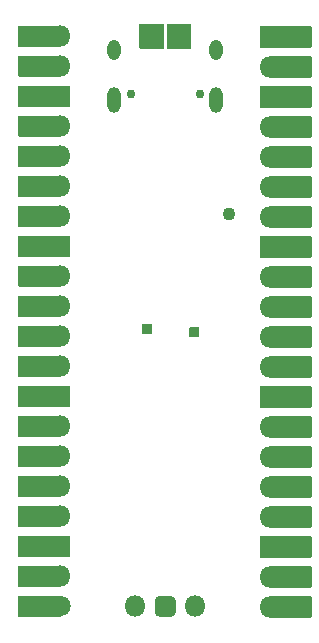
<source format=gbs>
G04 #@! TF.GenerationSoftware,KiCad,Pcbnew,(5.1.10)-1*
G04 #@! TF.CreationDate,2021-11-01T09:15:16+00:00*
G04 #@! TF.ProjectId,EnvOpenPico,456e764f-7065-46e5-9069-636f2e6b6963,REV1*
G04 #@! TF.SameCoordinates,Original*
G04 #@! TF.FileFunction,Soldermask,Bot*
G04 #@! TF.FilePolarity,Negative*
%FSLAX46Y46*%
G04 Gerber Fmt 4.6, Leading zero omitted, Abs format (unit mm)*
G04 Created by KiCad (PCBNEW (5.1.10)-1) date 2021-11-01 09:15:16*
%MOMM*%
%LPD*%
G01*
G04 APERTURE LIST*
%ADD10O,1.802000X1.802000*%
%ADD11C,1.802000*%
%ADD12C,1.102000*%
%ADD13C,0.752000*%
%ADD14O,1.102000X2.202000*%
%ADD15O,1.102000X1.702000*%
G04 APERTURE END LIST*
G36*
G01*
X103749000Y-59625000D02*
X103749000Y-57625000D01*
G75*
G02*
X103800000Y-57574000I51000J0D01*
G01*
X105800000Y-57574000D01*
G75*
G02*
X105851000Y-57625000I0J-51000D01*
G01*
X105851000Y-59625000D01*
G75*
G02*
X105800000Y-59676000I-51000J0D01*
G01*
X103800000Y-59676000D01*
G75*
G02*
X103749000Y-59625000I0J51000D01*
G01*
G37*
G36*
G01*
X101449000Y-59625000D02*
X101449000Y-57625000D01*
G75*
G02*
X101500000Y-57574000I51000J0D01*
G01*
X103500000Y-57574000D01*
G75*
G02*
X103551000Y-57625000I0J-51000D01*
G01*
X103551000Y-59625000D01*
G75*
G02*
X103500000Y-59676000I-51000J0D01*
G01*
X101500000Y-59676000D01*
G75*
G02*
X101449000Y-59625000I0J51000D01*
G01*
G37*
G36*
G01*
X116021000Y-80710000D02*
X116021000Y-82410000D01*
G75*
G02*
X115970000Y-82461000I-51000J0D01*
G01*
X112470000Y-82461000D01*
G75*
G02*
X112419000Y-82410000I0J51000D01*
G01*
X112419000Y-80710000D01*
G75*
G02*
X112470000Y-80659000I51000J0D01*
G01*
X115970000Y-80659000D01*
G75*
G02*
X116021000Y-80710000I0J-51000D01*
G01*
G37*
G36*
G01*
X116021000Y-65470000D02*
X116021000Y-67170000D01*
G75*
G02*
X115970000Y-67221000I-51000J0D01*
G01*
X112470000Y-67221000D01*
G75*
G02*
X112419000Y-67170000I0J51000D01*
G01*
X112419000Y-65470000D01*
G75*
G02*
X112470000Y-65419000I51000J0D01*
G01*
X115970000Y-65419000D01*
G75*
G02*
X116021000Y-65470000I0J-51000D01*
G01*
G37*
G36*
G01*
X116021000Y-78170000D02*
X116021000Y-79870000D01*
G75*
G02*
X115970000Y-79921000I-51000J0D01*
G01*
X112470000Y-79921000D01*
G75*
G02*
X112419000Y-79870000I0J51000D01*
G01*
X112419000Y-78170000D01*
G75*
G02*
X112470000Y-78119000I51000J0D01*
G01*
X115970000Y-78119000D01*
G75*
G02*
X116021000Y-78170000I0J-51000D01*
G01*
G37*
G36*
G01*
X116021000Y-57850000D02*
X116021000Y-59550000D01*
G75*
G02*
X115970000Y-59601000I-51000J0D01*
G01*
X112470000Y-59601000D01*
G75*
G02*
X112419000Y-59550000I0J51000D01*
G01*
X112419000Y-57850000D01*
G75*
G02*
X112470000Y-57799000I51000J0D01*
G01*
X115970000Y-57799000D01*
G75*
G02*
X116021000Y-57850000I0J-51000D01*
G01*
G37*
G36*
G01*
X116021000Y-62930000D02*
X116021000Y-64630000D01*
G75*
G02*
X115970000Y-64681000I-51000J0D01*
G01*
X112470000Y-64681000D01*
G75*
G02*
X112419000Y-64630000I0J51000D01*
G01*
X112419000Y-62930000D01*
G75*
G02*
X112470000Y-62879000I51000J0D01*
G01*
X115970000Y-62879000D01*
G75*
G02*
X116021000Y-62930000I0J-51000D01*
G01*
G37*
G36*
G01*
X116021000Y-75630000D02*
X116021000Y-77330000D01*
G75*
G02*
X115970000Y-77381000I-51000J0D01*
G01*
X112470000Y-77381000D01*
G75*
G02*
X112419000Y-77330000I0J51000D01*
G01*
X112419000Y-75630000D01*
G75*
G02*
X112470000Y-75579000I51000J0D01*
G01*
X115970000Y-75579000D01*
G75*
G02*
X116021000Y-75630000I0J-51000D01*
G01*
G37*
G36*
G01*
X116021000Y-88330000D02*
X116021000Y-90030000D01*
G75*
G02*
X115970000Y-90081000I-51000J0D01*
G01*
X112470000Y-90081000D01*
G75*
G02*
X112419000Y-90030000I0J51000D01*
G01*
X112419000Y-88330000D01*
G75*
G02*
X112470000Y-88279000I51000J0D01*
G01*
X115970000Y-88279000D01*
G75*
G02*
X116021000Y-88330000I0J-51000D01*
G01*
G37*
G36*
G01*
X116021000Y-60390000D02*
X116021000Y-62090000D01*
G75*
G02*
X115970000Y-62141000I-51000J0D01*
G01*
X112470000Y-62141000D01*
G75*
G02*
X112419000Y-62090000I0J51000D01*
G01*
X112419000Y-60390000D01*
G75*
G02*
X112470000Y-60339000I51000J0D01*
G01*
X115970000Y-60339000D01*
G75*
G02*
X116021000Y-60390000I0J-51000D01*
G01*
G37*
G36*
G01*
X116021000Y-68010000D02*
X116021000Y-69710000D01*
G75*
G02*
X115970000Y-69761000I-51000J0D01*
G01*
X112470000Y-69761000D01*
G75*
G02*
X112419000Y-69710000I0J51000D01*
G01*
X112419000Y-68010000D01*
G75*
G02*
X112470000Y-67959000I51000J0D01*
G01*
X115970000Y-67959000D01*
G75*
G02*
X116021000Y-68010000I0J-51000D01*
G01*
G37*
G36*
G01*
X116021000Y-70550000D02*
X116021000Y-72250000D01*
G75*
G02*
X115970000Y-72301000I-51000J0D01*
G01*
X112470000Y-72301000D01*
G75*
G02*
X112419000Y-72250000I0J51000D01*
G01*
X112419000Y-70550000D01*
G75*
G02*
X112470000Y-70499000I51000J0D01*
G01*
X115970000Y-70499000D01*
G75*
G02*
X116021000Y-70550000I0J-51000D01*
G01*
G37*
G36*
G01*
X116021000Y-73090000D02*
X116021000Y-74790000D01*
G75*
G02*
X115970000Y-74841000I-51000J0D01*
G01*
X112470000Y-74841000D01*
G75*
G02*
X112419000Y-74790000I0J51000D01*
G01*
X112419000Y-73090000D01*
G75*
G02*
X112470000Y-73039000I51000J0D01*
G01*
X115970000Y-73039000D01*
G75*
G02*
X116021000Y-73090000I0J-51000D01*
G01*
G37*
G36*
G01*
X116021000Y-83250000D02*
X116021000Y-84950000D01*
G75*
G02*
X115970000Y-85001000I-51000J0D01*
G01*
X112470000Y-85001000D01*
G75*
G02*
X112419000Y-84950000I0J51000D01*
G01*
X112419000Y-83250000D01*
G75*
G02*
X112470000Y-83199000I51000J0D01*
G01*
X115970000Y-83199000D01*
G75*
G02*
X116021000Y-83250000I0J-51000D01*
G01*
G37*
G36*
G01*
X116021000Y-90870000D02*
X116021000Y-92570000D01*
G75*
G02*
X115970000Y-92621000I-51000J0D01*
G01*
X112470000Y-92621000D01*
G75*
G02*
X112419000Y-92570000I0J51000D01*
G01*
X112419000Y-90870000D01*
G75*
G02*
X112470000Y-90819000I51000J0D01*
G01*
X115970000Y-90819000D01*
G75*
G02*
X116021000Y-90870000I0J-51000D01*
G01*
G37*
G36*
G01*
X116021000Y-85790000D02*
X116021000Y-87490000D01*
G75*
G02*
X115970000Y-87541000I-51000J0D01*
G01*
X112470000Y-87541000D01*
G75*
G02*
X112419000Y-87490000I0J51000D01*
G01*
X112419000Y-85790000D01*
G75*
G02*
X112470000Y-85739000I51000J0D01*
G01*
X115970000Y-85739000D01*
G75*
G02*
X116021000Y-85790000I0J-51000D01*
G01*
G37*
G36*
G01*
X116021000Y-106110000D02*
X116021000Y-107810000D01*
G75*
G02*
X115970000Y-107861000I-51000J0D01*
G01*
X112470000Y-107861000D01*
G75*
G02*
X112419000Y-107810000I0J51000D01*
G01*
X112419000Y-106110000D01*
G75*
G02*
X112470000Y-106059000I51000J0D01*
G01*
X115970000Y-106059000D01*
G75*
G02*
X116021000Y-106110000I0J-51000D01*
G01*
G37*
G36*
G01*
X116021000Y-93410000D02*
X116021000Y-95110000D01*
G75*
G02*
X115970000Y-95161000I-51000J0D01*
G01*
X112470000Y-95161000D01*
G75*
G02*
X112419000Y-95110000I0J51000D01*
G01*
X112419000Y-93410000D01*
G75*
G02*
X112470000Y-93359000I51000J0D01*
G01*
X115970000Y-93359000D01*
G75*
G02*
X116021000Y-93410000I0J-51000D01*
G01*
G37*
G36*
G01*
X116021000Y-103570000D02*
X116021000Y-105270000D01*
G75*
G02*
X115970000Y-105321000I-51000J0D01*
G01*
X112470000Y-105321000D01*
G75*
G02*
X112419000Y-105270000I0J51000D01*
G01*
X112419000Y-103570000D01*
G75*
G02*
X112470000Y-103519000I51000J0D01*
G01*
X115970000Y-103519000D01*
G75*
G02*
X116021000Y-103570000I0J-51000D01*
G01*
G37*
G36*
G01*
X116021000Y-95950000D02*
X116021000Y-97650000D01*
G75*
G02*
X115970000Y-97701000I-51000J0D01*
G01*
X112470000Y-97701000D01*
G75*
G02*
X112419000Y-97650000I0J51000D01*
G01*
X112419000Y-95950000D01*
G75*
G02*
X112470000Y-95899000I51000J0D01*
G01*
X115970000Y-95899000D01*
G75*
G02*
X116021000Y-95950000I0J-51000D01*
G01*
G37*
G36*
G01*
X116021000Y-101030000D02*
X116021000Y-102730000D01*
G75*
G02*
X115970000Y-102781000I-51000J0D01*
G01*
X112470000Y-102781000D01*
G75*
G02*
X112419000Y-102730000I0J51000D01*
G01*
X112419000Y-101030000D01*
G75*
G02*
X112470000Y-100979000I51000J0D01*
G01*
X115970000Y-100979000D01*
G75*
G02*
X116021000Y-101030000I0J-51000D01*
G01*
G37*
G36*
G01*
X116021000Y-98490000D02*
X116021000Y-100190000D01*
G75*
G02*
X115970000Y-100241000I-51000J0D01*
G01*
X112470000Y-100241000D01*
G75*
G02*
X112419000Y-100190000I0J51000D01*
G01*
X112419000Y-98490000D01*
G75*
G02*
X112470000Y-98439000I51000J0D01*
G01*
X115970000Y-98439000D01*
G75*
G02*
X116021000Y-98490000I0J-51000D01*
G01*
G37*
G36*
G01*
X113421000Y-57850000D02*
X113421000Y-59550000D01*
G75*
G02*
X113370000Y-59601000I-51000J0D01*
G01*
X111670000Y-59601000D01*
G75*
G02*
X111619000Y-59550000I0J51000D01*
G01*
X111619000Y-57850000D01*
G75*
G02*
X111670000Y-57799000I51000J0D01*
G01*
X113370000Y-57799000D01*
G75*
G02*
X113421000Y-57850000I0J-51000D01*
G01*
G37*
D10*
X112520000Y-61240000D03*
G36*
G01*
X113421000Y-62930000D02*
X113421000Y-64630000D01*
G75*
G02*
X113370000Y-64681000I-51000J0D01*
G01*
X111670000Y-64681000D01*
G75*
G02*
X111619000Y-64630000I0J51000D01*
G01*
X111619000Y-62930000D01*
G75*
G02*
X111670000Y-62879000I51000J0D01*
G01*
X113370000Y-62879000D01*
G75*
G02*
X113421000Y-62930000I0J-51000D01*
G01*
G37*
X112520000Y-66320000D03*
X112520000Y-68860000D03*
X112520000Y-71400000D03*
X112520000Y-73940000D03*
G36*
G01*
X113421000Y-75630000D02*
X113421000Y-77330000D01*
G75*
G02*
X113370000Y-77381000I-51000J0D01*
G01*
X111670000Y-77381000D01*
G75*
G02*
X111619000Y-77330000I0J51000D01*
G01*
X111619000Y-75630000D01*
G75*
G02*
X111670000Y-75579000I51000J0D01*
G01*
X113370000Y-75579000D01*
G75*
G02*
X113421000Y-75630000I0J-51000D01*
G01*
G37*
X112520000Y-79020000D03*
X112520000Y-81560000D03*
X112520000Y-84100000D03*
X112520000Y-86640000D03*
G36*
G01*
X113421000Y-88330000D02*
X113421000Y-90030000D01*
G75*
G02*
X113370000Y-90081000I-51000J0D01*
G01*
X111670000Y-90081000D01*
G75*
G02*
X111619000Y-90030000I0J51000D01*
G01*
X111619000Y-88330000D01*
G75*
G02*
X111670000Y-88279000I51000J0D01*
G01*
X113370000Y-88279000D01*
G75*
G02*
X113421000Y-88330000I0J-51000D01*
G01*
G37*
X112520000Y-91720000D03*
X112520000Y-94260000D03*
X112520000Y-96800000D03*
X112520000Y-99340000D03*
G36*
G01*
X113421000Y-101030000D02*
X113421000Y-102730000D01*
G75*
G02*
X113370000Y-102781000I-51000J0D01*
G01*
X111670000Y-102781000D01*
G75*
G02*
X111619000Y-102730000I0J51000D01*
G01*
X111619000Y-101030000D01*
G75*
G02*
X111670000Y-100979000I51000J0D01*
G01*
X113370000Y-100979000D01*
G75*
G02*
X113421000Y-101030000I0J-51000D01*
G01*
G37*
X112520000Y-104420000D03*
X112520000Y-106960000D03*
G36*
G01*
X91199000Y-59490000D02*
X91199000Y-57790000D01*
G75*
G02*
X91250000Y-57739000I51000J0D01*
G01*
X94750000Y-57739000D01*
G75*
G02*
X94801000Y-57790000I0J-51000D01*
G01*
X94801000Y-59490000D01*
G75*
G02*
X94750000Y-59541000I-51000J0D01*
G01*
X91250000Y-59541000D01*
G75*
G02*
X91199000Y-59490000I0J51000D01*
G01*
G37*
G36*
G01*
X91199000Y-102670000D02*
X91199000Y-100970000D01*
G75*
G02*
X91250000Y-100919000I51000J0D01*
G01*
X94750000Y-100919000D01*
G75*
G02*
X94801000Y-100970000I0J-51000D01*
G01*
X94801000Y-102670000D01*
G75*
G02*
X94750000Y-102721000I-51000J0D01*
G01*
X91250000Y-102721000D01*
G75*
G02*
X91199000Y-102670000I0J51000D01*
G01*
G37*
G36*
G01*
X91199000Y-64570000D02*
X91199000Y-62870000D01*
G75*
G02*
X91250000Y-62819000I51000J0D01*
G01*
X94750000Y-62819000D01*
G75*
G02*
X94801000Y-62870000I0J-51000D01*
G01*
X94801000Y-64570000D01*
G75*
G02*
X94750000Y-64621000I-51000J0D01*
G01*
X91250000Y-64621000D01*
G75*
G02*
X91199000Y-64570000I0J51000D01*
G01*
G37*
G36*
G01*
X91199000Y-84890000D02*
X91199000Y-83190000D01*
G75*
G02*
X91250000Y-83139000I51000J0D01*
G01*
X94750000Y-83139000D01*
G75*
G02*
X94801000Y-83190000I0J-51000D01*
G01*
X94801000Y-84890000D01*
G75*
G02*
X94750000Y-84941000I-51000J0D01*
G01*
X91250000Y-84941000D01*
G75*
G02*
X91199000Y-84890000I0J51000D01*
G01*
G37*
G36*
G01*
X91199000Y-107750000D02*
X91199000Y-106050000D01*
G75*
G02*
X91250000Y-105999000I51000J0D01*
G01*
X94750000Y-105999000D01*
G75*
G02*
X94801000Y-106050000I0J-51000D01*
G01*
X94801000Y-107750000D01*
G75*
G02*
X94750000Y-107801000I-51000J0D01*
G01*
X91250000Y-107801000D01*
G75*
G02*
X91199000Y-107750000I0J51000D01*
G01*
G37*
G36*
G01*
X91199000Y-77270000D02*
X91199000Y-75570000D01*
G75*
G02*
X91250000Y-75519000I51000J0D01*
G01*
X94750000Y-75519000D01*
G75*
G02*
X94801000Y-75570000I0J-51000D01*
G01*
X94801000Y-77270000D01*
G75*
G02*
X94750000Y-77321000I-51000J0D01*
G01*
X91250000Y-77321000D01*
G75*
G02*
X91199000Y-77270000I0J51000D01*
G01*
G37*
G36*
G01*
X91199000Y-82350000D02*
X91199000Y-80650000D01*
G75*
G02*
X91250000Y-80599000I51000J0D01*
G01*
X94750000Y-80599000D01*
G75*
G02*
X94801000Y-80650000I0J-51000D01*
G01*
X94801000Y-82350000D01*
G75*
G02*
X94750000Y-82401000I-51000J0D01*
G01*
X91250000Y-82401000D01*
G75*
G02*
X91199000Y-82350000I0J51000D01*
G01*
G37*
G36*
G01*
X91199000Y-97590000D02*
X91199000Y-95890000D01*
G75*
G02*
X91250000Y-95839000I51000J0D01*
G01*
X94750000Y-95839000D01*
G75*
G02*
X94801000Y-95890000I0J-51000D01*
G01*
X94801000Y-97590000D01*
G75*
G02*
X94750000Y-97641000I-51000J0D01*
G01*
X91250000Y-97641000D01*
G75*
G02*
X91199000Y-97590000I0J51000D01*
G01*
G37*
G36*
G01*
X91189000Y-92510000D02*
X91189000Y-90810000D01*
G75*
G02*
X91240000Y-90759000I51000J0D01*
G01*
X94740000Y-90759000D01*
G75*
G02*
X94791000Y-90810000I0J-51000D01*
G01*
X94791000Y-92510000D01*
G75*
G02*
X94740000Y-92561000I-51000J0D01*
G01*
X91240000Y-92561000D01*
G75*
G02*
X91189000Y-92510000I0J51000D01*
G01*
G37*
G36*
G01*
X91199000Y-67100000D02*
X91199000Y-65400000D01*
G75*
G02*
X91250000Y-65349000I51000J0D01*
G01*
X94750000Y-65349000D01*
G75*
G02*
X94801000Y-65400000I0J-51000D01*
G01*
X94801000Y-67100000D01*
G75*
G02*
X94750000Y-67151000I-51000J0D01*
G01*
X91250000Y-67151000D01*
G75*
G02*
X91199000Y-67100000I0J51000D01*
G01*
G37*
G36*
G01*
X91199000Y-62020000D02*
X91199000Y-60320000D01*
G75*
G02*
X91250000Y-60269000I51000J0D01*
G01*
X94750000Y-60269000D01*
G75*
G02*
X94801000Y-60320000I0J-51000D01*
G01*
X94801000Y-62020000D01*
G75*
G02*
X94750000Y-62071000I-51000J0D01*
G01*
X91250000Y-62071000D01*
G75*
G02*
X91199000Y-62020000I0J51000D01*
G01*
G37*
G36*
G01*
X91199000Y-69650000D02*
X91199000Y-67950000D01*
G75*
G02*
X91250000Y-67899000I51000J0D01*
G01*
X94750000Y-67899000D01*
G75*
G02*
X94801000Y-67950000I0J-51000D01*
G01*
X94801000Y-69650000D01*
G75*
G02*
X94750000Y-69701000I-51000J0D01*
G01*
X91250000Y-69701000D01*
G75*
G02*
X91199000Y-69650000I0J51000D01*
G01*
G37*
G36*
G01*
X91209000Y-79810000D02*
X91209000Y-78110000D01*
G75*
G02*
X91260000Y-78059000I51000J0D01*
G01*
X94760000Y-78059000D01*
G75*
G02*
X94811000Y-78110000I0J-51000D01*
G01*
X94811000Y-79810000D01*
G75*
G02*
X94760000Y-79861000I-51000J0D01*
G01*
X91260000Y-79861000D01*
G75*
G02*
X91209000Y-79810000I0J51000D01*
G01*
G37*
G36*
G01*
X91199000Y-72190000D02*
X91199000Y-70490000D01*
G75*
G02*
X91250000Y-70439000I51000J0D01*
G01*
X94750000Y-70439000D01*
G75*
G02*
X94801000Y-70490000I0J-51000D01*
G01*
X94801000Y-72190000D01*
G75*
G02*
X94750000Y-72241000I-51000J0D01*
G01*
X91250000Y-72241000D01*
G75*
G02*
X91199000Y-72190000I0J51000D01*
G01*
G37*
G36*
G01*
X91199000Y-87430000D02*
X91199000Y-85730000D01*
G75*
G02*
X91250000Y-85679000I51000J0D01*
G01*
X94750000Y-85679000D01*
G75*
G02*
X94801000Y-85730000I0J-51000D01*
G01*
X94801000Y-87430000D01*
G75*
G02*
X94750000Y-87481000I-51000J0D01*
G01*
X91250000Y-87481000D01*
G75*
G02*
X91199000Y-87430000I0J51000D01*
G01*
G37*
G36*
G01*
X91199000Y-89970000D02*
X91199000Y-88270000D01*
G75*
G02*
X91250000Y-88219000I51000J0D01*
G01*
X94750000Y-88219000D01*
G75*
G02*
X94801000Y-88270000I0J-51000D01*
G01*
X94801000Y-89970000D01*
G75*
G02*
X94750000Y-90021000I-51000J0D01*
G01*
X91250000Y-90021000D01*
G75*
G02*
X91199000Y-89970000I0J51000D01*
G01*
G37*
G36*
G01*
X91199000Y-95050000D02*
X91199000Y-93350000D01*
G75*
G02*
X91250000Y-93299000I51000J0D01*
G01*
X94750000Y-93299000D01*
G75*
G02*
X94801000Y-93350000I0J-51000D01*
G01*
X94801000Y-95050000D01*
G75*
G02*
X94750000Y-95101000I-51000J0D01*
G01*
X91250000Y-95101000D01*
G75*
G02*
X91199000Y-95050000I0J51000D01*
G01*
G37*
G36*
G01*
X91199000Y-100130000D02*
X91199000Y-98430000D01*
G75*
G02*
X91250000Y-98379000I51000J0D01*
G01*
X94750000Y-98379000D01*
G75*
G02*
X94801000Y-98430000I0J-51000D01*
G01*
X94801000Y-100130000D01*
G75*
G02*
X94750000Y-100181000I-51000J0D01*
G01*
X91250000Y-100181000D01*
G75*
G02*
X91199000Y-100130000I0J51000D01*
G01*
G37*
G36*
G01*
X91199000Y-74730000D02*
X91199000Y-73030000D01*
G75*
G02*
X91250000Y-72979000I51000J0D01*
G01*
X94750000Y-72979000D01*
G75*
G02*
X94801000Y-73030000I0J-51000D01*
G01*
X94801000Y-74730000D01*
G75*
G02*
X94750000Y-74781000I-51000J0D01*
G01*
X91250000Y-74781000D01*
G75*
G02*
X91199000Y-74730000I0J51000D01*
G01*
G37*
G36*
G01*
X91199000Y-105210000D02*
X91199000Y-103510000D01*
G75*
G02*
X91250000Y-103459000I51000J0D01*
G01*
X94750000Y-103459000D01*
G75*
G02*
X94801000Y-103510000I0J-51000D01*
G01*
X94801000Y-105210000D01*
G75*
G02*
X94750000Y-105261000I-51000J0D01*
G01*
X91250000Y-105261000D01*
G75*
G02*
X91199000Y-105210000I0J51000D01*
G01*
G37*
D11*
X94700000Y-106900000D03*
D10*
X94700000Y-104360000D03*
G36*
G01*
X93799000Y-102670000D02*
X93799000Y-100970000D01*
G75*
G02*
X93850000Y-100919000I51000J0D01*
G01*
X95550000Y-100919000D01*
G75*
G02*
X95601000Y-100970000I0J-51000D01*
G01*
X95601000Y-102670000D01*
G75*
G02*
X95550000Y-102721000I-51000J0D01*
G01*
X93850000Y-102721000D01*
G75*
G02*
X93799000Y-102670000I0J51000D01*
G01*
G37*
X94700000Y-99280000D03*
X94700000Y-96740000D03*
X94700000Y-94200000D03*
X94700000Y-91660000D03*
G36*
G01*
X93799000Y-89970000D02*
X93799000Y-88270000D01*
G75*
G02*
X93850000Y-88219000I51000J0D01*
G01*
X95550000Y-88219000D01*
G75*
G02*
X95601000Y-88270000I0J-51000D01*
G01*
X95601000Y-89970000D01*
G75*
G02*
X95550000Y-90021000I-51000J0D01*
G01*
X93850000Y-90021000D01*
G75*
G02*
X93799000Y-89970000I0J51000D01*
G01*
G37*
X94700000Y-86580000D03*
X94700000Y-84040000D03*
X94700000Y-81500000D03*
X94700000Y-78960000D03*
G36*
G01*
X93799000Y-77270000D02*
X93799000Y-75570000D01*
G75*
G02*
X93850000Y-75519000I51000J0D01*
G01*
X95550000Y-75519000D01*
G75*
G02*
X95601000Y-75570000I0J-51000D01*
G01*
X95601000Y-77270000D01*
G75*
G02*
X95550000Y-77321000I-51000J0D01*
G01*
X93850000Y-77321000D01*
G75*
G02*
X93799000Y-77270000I0J51000D01*
G01*
G37*
X94700000Y-73880000D03*
X94700000Y-71340000D03*
X94700000Y-68800000D03*
X94700000Y-66260000D03*
G36*
G01*
X93799000Y-64570000D02*
X93799000Y-62870000D01*
G75*
G02*
X93850000Y-62819000I51000J0D01*
G01*
X95550000Y-62819000D01*
G75*
G02*
X95601000Y-62870000I0J-51000D01*
G01*
X95601000Y-64570000D01*
G75*
G02*
X95550000Y-64621000I-51000J0D01*
G01*
X93850000Y-64621000D01*
G75*
G02*
X93799000Y-64570000I0J51000D01*
G01*
G37*
X94700000Y-61180000D03*
X94700000Y-58640000D03*
D12*
X109000000Y-73700000D03*
D13*
X100760000Y-63475000D03*
X106540000Y-63475000D03*
D14*
X107970000Y-64005000D03*
X99330000Y-64005000D03*
D15*
X107970000Y-59825000D03*
X99330000Y-59825000D03*
G36*
G01*
X101674000Y-83775000D02*
X101674000Y-83025000D01*
G75*
G02*
X101725000Y-82974000I51000J0D01*
G01*
X102475000Y-82974000D01*
G75*
G02*
X102526000Y-83025000I0J-51000D01*
G01*
X102526000Y-83775000D01*
G75*
G02*
X102475000Y-83826000I-51000J0D01*
G01*
X101725000Y-83826000D01*
G75*
G02*
X101674000Y-83775000I0J51000D01*
G01*
G37*
G36*
G01*
X105674000Y-84075000D02*
X105674000Y-83325000D01*
G75*
G02*
X105725000Y-83274000I51000J0D01*
G01*
X106475000Y-83274000D01*
G75*
G02*
X106526000Y-83325000I0J-51000D01*
G01*
X106526000Y-84075000D01*
G75*
G02*
X106475000Y-84126000I-51000J0D01*
G01*
X105725000Y-84126000D01*
G75*
G02*
X105674000Y-84075000I0J51000D01*
G01*
G37*
D10*
X101100000Y-106900000D03*
G36*
G01*
X104090500Y-107801000D02*
X103189500Y-107801000D01*
G75*
G02*
X102739000Y-107350500I0J450500D01*
G01*
X102739000Y-106449500D01*
G75*
G02*
X103189500Y-105999000I450500J0D01*
G01*
X104090500Y-105999000D01*
G75*
G02*
X104541000Y-106449500I0J-450500D01*
G01*
X104541000Y-107350500D01*
G75*
G02*
X104090500Y-107801000I-450500J0D01*
G01*
G37*
X106180000Y-106900000D03*
M02*

</source>
